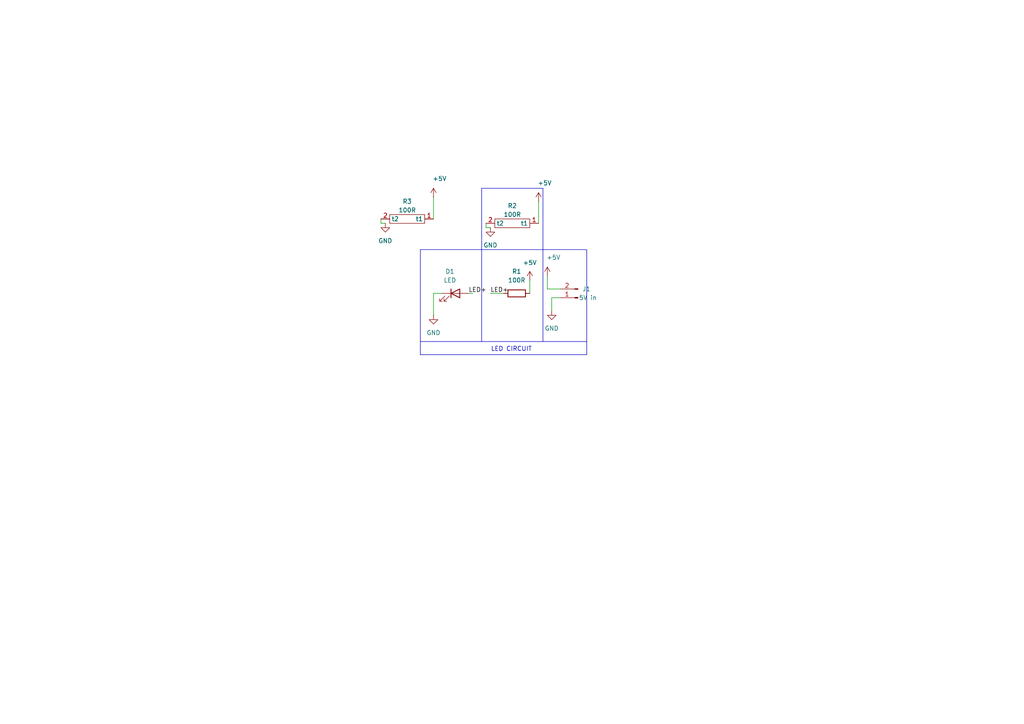
<source format=kicad_sch>
(kicad_sch (version 20231120) (generator "eeschema") (generator_version "8.0")
  (paper "A4")
  (lib_symbols
    (symbol "Capacitor_Ceramic:LED" (pin_numbers hide) (pin_names (offset 1.016) hide)
      (property "Reference" "D" (at 0 2.54 0))
      (property "Value" "LED" (at 0 -2.54 0))
      (symbol "LED_0_1"
        (polyline (pts (xy -1.27 -1.27) (xy -1.27 1.27)) (stroke (width 0.254)))
        (polyline (pts (xy -1.27 0) (xy 1.27 0)))
        (polyline (pts (xy 1.27 -1.27) (xy 1.27 1.27) (xy -1.27 0) (xy 1.27 -1.27)) (stroke (width 0.254)))
        (polyline (pts (xy -3.048 -0.762) (xy -4.572 -2.286) (xy -3.81 -2.286) (xy -4.572 -2.286) (xy -4.572 -1.524)))
        (polyline (pts (xy -1.778 -0.762) (xy -3.302 -2.286) (xy -2.54 -2.286) (xy -3.302 -2.286) (xy -3.302 -1.524)))
      )
      (symbol "LED_1_1"
        (pin passive line (at -3.81 0 0) (length 2.54) (name "K") (number "1"))
        (pin passive line (at 3.81 0 180) (length 2.54) (name "A") (number "2"))
      )
    )
    (symbol "Connector:Conn_01x02_Pin" (pin_names (offset 1.016) hide)
      (property "Reference" "J" (at 0 2.54 0))
      (property "Value" "Conn_01x02_Pin" (at 0 -5.08 0))
      (symbol "Conn_01x02_Pin_1_1"
        (polyline (pts (xy 1.27 -2.54) (xy 0.8636 -2.54)) (stroke (width 0.1524)))
        (polyline (pts (xy 1.27 0) (xy 0.8636 0)) (stroke (width 0.1524)))
        (rectangle (start 0.8636 -2.413) (end 0 -2.667) (stroke (width 0.1524)) (fill (type outline)))
        (rectangle (start 0.8636 0.127) (end 0 -0.127) (stroke (width 0.1524)) (fill (type outline)))
        (pin passive line (at 5.08 0 180) (length 3.81) (name "Pin_1") (number "1"))
        (pin passive line (at 5.08 -2.54 180) (length 3.81) (name "Pin_2") (number "2"))
      )
    )
    (symbol "Resistor:Resistor"
      (property "Reference" "R" (at -2.54 0 0))
      (symbol "Resistor_0_1"
        (rectangle (start -7.62 1.27) (end 2.54 -1.27))
      )
      (symbol "Resistor_1_1"
        (pin bidirectional line (at 5.08 0 180) (length 2.54) (name "t1") (number "1"))
        (pin bidirectional line (at -10.16 0 0) (length 2.54) (name "t2") (number "2"))
      )
    )
    (symbol "power:+5V" (power) (pin_numbers hide) (pin_names (offset 0) hide)
      (property "Value" "+5V" (at 0 3.556 0))
      (symbol "+5V_0_1"
        (polyline (pts (xy -0.762 1.27) (xy 0 2.54)))
        (polyline (pts (xy 0 0) (xy 0 2.54)))
        (polyline (pts (xy 0 2.54) (xy 0.762 1.27)))
      )
      (symbol "+5V_1_1"
        (pin power_in line (at 0 0 90) (length 0) (name "~") (number "1"))
      )
    )
    (symbol "power:GND" (power) (pin_numbers hide) (pin_names (offset 0) hide)
      (property "Value" "GND" (at 0 -3.81 0))
      (symbol "GND_0_1"
        (polyline (pts (xy 0 0) (xy 0 -1.27) (xy 1.27 -1.27) (xy 0 -2.54) (xy -1.27 -1.27) (xy 0 -1.27)))
      )
      (symbol "GND_1_1"
        (pin power_in line (at 0 0 270) (length 0) (name "~") (number "1"))
      )
    )
    (symbol "resistor:R" (pin_numbers hide) (pin_names (offset 0))
      (property "Reference" "R" (at 2.032 0 90))
      (property "Value" "R" (at 0 0 90))
      (symbol "R_0_1"
        (rectangle (start -1.016 -2.54) (end 1.016 2.54) (stroke (width 0.254)))
      )
      (symbol "R_1_1"
        (pin passive line (at 0 3.81 270) (length 1.27) (name "~") (number "1"))
        (pin passive line (at 0 -3.81 90) (length 1.27) (name "~") (number "2"))
      )
    )
  )
  (wire (pts (xy 135.89 85.09) (xy 137.16 85.09)))
  (wire (pts (xy 125.73 57.15) (xy 125.73 63.5)))
  (wire (pts (xy 125.73 85.09) (xy 128.27 85.09)))
  (polyline (pts (xy 139.7 72.39) (xy 139.7 54.61)))
  (wire (pts (xy 158.75 83.82) (xy 158.75 80.01)))
  (wire (pts (xy 142.24 85.09) (xy 146.05 85.09)))
  (polyline (pts (xy 139.7 72.39) (xy 139.7 99.06)))
  (wire (pts (xy 162.56 86.36) (xy 160.02 86.36)))
  (wire (pts (xy 156.21 58.42) (xy 156.21 64.77)))
  (wire (pts (xy 110.49 63.5) (xy 110.49 64.77)))
  (wire (pts (xy 140.97 66.04) (xy 142.24 66.04)))
  (wire (pts (xy 153.67 81.28) (xy 153.67 85.09)))
  (wire (pts (xy 110.49 64.77) (xy 111.76 64.77)))
  (polyline (pts (xy 170.18 99.06) (xy 170.18 102.87)))
  (wire (pts (xy 162.56 83.82) (xy 158.75 83.82)))
  (polyline (pts (xy 121.92 99.06) (xy 121.92 102.87)))
  (wire (pts (xy 160.02 86.36) (xy 160.02 90.17)))
  (wire (pts (xy 125.73 85.09) (xy 125.73 91.44)))
  (wire (pts (xy 140.97 64.77) (xy 140.97 66.04)))
  (polyline (pts (xy 139.7 54.61) (xy 157.48 54.61)))
  (polyline (pts (xy 157.48 54.61) (xy 157.48 72.39)))
  (polyline (pts (xy 157.48 72.39) (xy 157.48 99.06)))
  (polyline (pts (xy 121.92 102.87) (xy 170.18 102.87)))
  (rectangle (start 121.92 72.39) (end 170.18 99.06))
  (rectangle (start 125.73 99.06) (end 125.73 99.06))
  (text "LED CIRCUIT\n" (at 148.336 101.346 0) (effects (font (size 1.27 1.27))))
  (label "LED+" (at 142.24 85.09 0))
  (label "LED+" (at 135.89 85.09 0))
  (symbol (lib_id "power:+5V") (at 156.21 58.42 0) (unit 1)
    (property "Reference" "#PWR06" (effects (hide yes)))
    (property "Value" "+5V" (at 157.988 53.086 0))
    (property "Description" "Power symbol creates a global label with name \"+5V\"" (effects (hide yes)))
  )
  (symbol (lib_id "power:GND") (at 160.02 90.17 0) (unit 1)
    (property "Reference" "#PWR02" (effects (hide yes)))
    (property "Value" "GND" (at 160.02 95.25 0))
    (property "Description" "Power symbol creates a global label with name \"GND\" , ground" (effects (hide yes)))
  )
  (symbol (lib_id "Resistor:Resistor") (at 120.65 63.5 0) (unit 1)
    (property "Reference" "R3" (at 118.11 58.42 0))
    (property "Value" "100R" (at 118.11 60.96 0))
    (property "Footprint" "MyLibrary:ress_smd" (effects (hide yes)))
  )
  (symbol (lib_id "power:GND") (at 125.73 91.44 0) (unit 1)
    (property "Reference" "#PWR04" (effects (hide yes)))
    (property "Value" "GND" (at 125.73 96.52 0))
    (property "Description" "Power symbol creates a global label with name \"GND\" , ground" (effects (hide yes)))
  )
  (symbol (lib_id "power:+5V") (at 125.73 57.15 0) (unit 1)
    (property "Reference" "#PWR08" (effects (hide yes)))
    (property "Value" "+5V" (at 127.508 51.816 0))
    (property "Description" "Power symbol creates a global label with name \"+5V\"" (effects (hide yes)))
  )
  (symbol (lib_id "resistor:R") (at 149.86 85.09 90) (unit 1)
    (property "Reference" "R1" (at 149.86 78.74 90))
    (property "Value" "100R" (at 149.86 81.28 90))
    (property "Footprint" "Resistor_THT:R_Axial_DIN0207_L6.3mm_D2.5mm_P2.54mm_Vertical" (effects (hide yes)))
    (property "Description" "Resistor" (effects (hide yes)))
  )
  (symbol (lib_id "Connector:Conn_01x02_Pin") (at 167.64 86.36 180) (unit 1)
    (property "Reference" "J1" (at 168.91 83.8199 0) (effects (justify right)))
    (property "Value" "5V in" (at 167.894 86.36 0) (effects (justify right)))
    (property "Footprint" "Connector_PinSocket_2.54mm:PinSocket_1x02_P2.54mm_Vertical" (effects (hide yes)))
    (property "Description" "Generic connector, single row, 01x02, script generated" (effects (hide yes)))
  )
  (symbol (lib_id "power:+5V") (at 153.67 81.28 0) (unit 1)
    (property "Reference" "#PWR03" (effects (hide yes)))
    (property "Value" "+5V" (at 153.67 76.2 0))
    (property "Description" "Power symbol creates a global label with name \"+5V\"" (effects (hide yes)))
  )
  (symbol (lib_id "power:GND") (at 111.76 64.77 0) (unit 1)
    (property "Reference" "#PWR07" (effects (hide yes)))
    (property "Value" "GND" (at 111.76 69.85 0))
    (property "Description" "Power symbol creates a global label with name \"GND\" , ground" (effects (hide yes)))
  )
  (symbol (lib_id "Capacitor_Ceramic:LED") (at 132.08 85.09 0) (unit 1)
    (property "Reference" "D1" (at 130.4925 78.74 0))
    (property "Value" "LED" (at 130.4925 81.28 0))
    (property "Footprint" "LED_THT:LED_D5.0mm_Horizontal_O1.27mm_Z15.0mm" (effects (hide yes)))
    (property "Description" "Light emitting diode" (effects (hide yes)))
  )
  (symbol (lib_id "power:GND") (at 142.24 66.04 0) (unit 1)
    (property "Reference" "#PWR05" (effects (hide yes)))
    (property "Value" "GND" (at 142.24 71.12 0))
    (property "Description" "Power symbol creates a global label with name \"GND\" , ground" (effects (hide yes)))
  )
  (symbol (lib_id "Resistor:Resistor") (at 151.13 64.77 0) (unit 1)
    (property "Reference" "R2" (at 148.59 59.69 0))
    (property "Value" "100R" (at 148.59 62.23 0))
    (property "Footprint" "MyLibrary:unique_res" (effects (hide yes)))
  )
  (symbol (lib_id "power:+5V") (at 158.75 80.01 0) (unit 1)
    (property "Reference" "#PWR01" (effects (hide yes)))
    (property "Value" "+5V" (at 160.528 74.676 0))
    (property "Description" "Power symbol creates a global label with name \"+5V\"" (effects (hide yes)))
  )
)
</source>
